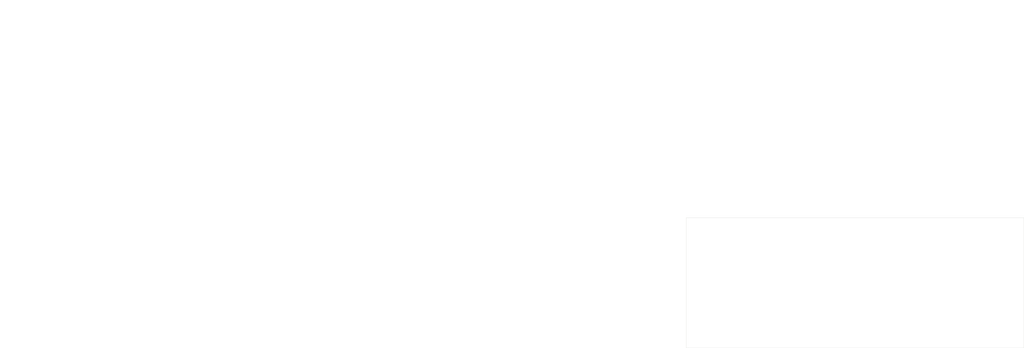
<source format=kicad_pcb>
(kicad_pcb (version 3) (host pcbnew "(2014-03-08 BZR 4739)-product")

  (general
    (links 0)
    (no_connects 0)
    (area 157.150999 88.991 265.759001 204.229)
    (thickness 1.6)
    (drawings 4)
    (tracks 0)
    (zones 0)
    (modules 2)
    (nets 1)
  )

  (page A3)
  (layers
    (15 F.Cu signal)
    (2 PWR power)
    (1 GND power)
    (0 B.Cu signal)
    (16 B.Adhes user)
    (17 F.Adhes user)
    (18 B.Paste user)
    (19 F.Paste user)
    (20 B.SilkS user)
    (21 F.SilkS user)
    (22 B.Mask user)
    (23 F.Mask user)
    (28 Edge.Cuts user)
  )

  (setup
    (last_trace_width 0.254)
    (user_trace_width 0.1524)
    (trace_clearance 0.254)
    (zone_clearance 0.508)
    (zone_45_only no)
    (trace_min 0.1524)
    (segment_width 0.2)
    (edge_width 0.1)
    (via_size 0.889)
    (via_drill 0.635)
    (via_min_size 0.508)
    (via_min_drill 0.3302)
    (user_via 0.508 0.3302)
    (uvia_size 0.508)
    (uvia_drill 0.127)
    (uvias_allowed no)
    (uvia_min_size 0.381)
    (uvia_min_drill 0.127)
    (pcb_text_width 0.3)
    (pcb_text_size 1.5 1.5)
    (mod_edge_width 0.15)
    (mod_text_size 1 1)
    (mod_text_width 0.15)
    (pad_size 1.5 1.5)
    (pad_drill 0.6)
    (pad_to_mask_clearance 0)
    (aux_axis_origin 0 0)
    (visible_elements FFFFFFBF)
    (pcbplotparams
      (layerselection 3178497)
      (usegerberextensions true)
      (excludeedgelayer true)
      (linewidth 0.150000)
      (plotframeref false)
      (viasonmask false)
      (mode 1)
      (useauxorigin false)
      (hpglpennumber 1)
      (hpglpenspeed 20)
      (hpglpendiameter 15)
      (hpglpenoverlay 2)
      (psnegative false)
      (psa4output false)
      (plotreference true)
      (plotvalue true)
      (plotothertext true)
      (plotinvisibletext false)
      (padsonsilk false)
      (subtractmaskfromsilk false)
      (outputformat 1)
      (mirror false)
      (drillshape 1)
      (scaleselection 1)
      (outputdirectory ""))
  )

  (net 0 "")

  (net_class Default "This is the default net class."
    (clearance 0.254)
    (trace_width 0.254)
    (via_dia 0.889)
    (via_drill 0.635)
    (uvia_dia 0.508)
    (uvia_drill 0.127)
    (add_net "")
  )

  (module Arduino_UNO (layer F.Cu) (tedit 52EAF158) (tstamp 52EAF502)
    (at -186.944 33.274)
    (fp_text reference "Arduino UNO" (at 0 -29.21) (layer F.SilkS) hide
      (effects (font (size 1 1) (thickness 0.15)))
    )
    (fp_text value Val** (at 0 26.67) (layer F.SilkS) hide
      (effects (font (size 1 1) (thickness 0.15)))
    )
    (fp_line (start -22.098 -6.604) (end -21.844 -6.604) (layer Eco1.User) (width 0.15))
    (fp_line (start -22.098 -18.542) (end -21.844 -18.542) (layer Eco1.User) (width 0.15))
    (fp_line (start -33.02 12.7) (end -24.13 12.7) (layer Eco1.User) (width 0.15))
    (fp_line (start -24.13 12.7) (end -18.796 12.7) (layer Eco1.User) (width 0.15))
    (fp_line (start -18.796 12.7) (end -18.796 21.59) (layer Eco1.User) (width 0.15))
    (fp_line (start -18.796 21.59) (end -33.02 21.59) (layer Eco1.User) (width 0.15))
    (fp_line (start -33.02 21.59) (end -33.02 12.7) (layer Eco1.User) (width 0.15))
    (fp_line (start -38.1 -18.542) (end -22.098 -18.542) (layer Eco1.User) (width 0.15))
    (fp_line (start -21.844 -18.542) (end -21.844 -6.604) (layer Eco1.User) (width 0.15))
    (fp_line (start -22.098 -6.604) (end -38.1 -6.604) (layer Eco1.User) (width 0.15))
    (fp_line (start -38.1 -6.604) (end -38.1 -18.542) (layer Eco1.User) (width 0.15))
    (fp_line (start 34.29 -15.24) (end 34.29 -24.13) (layer Eco1.User) (width 0.15))
    (fp_line (start 36.83 -12.7) (end 36.83 -10.16) (layer Eco1.User) (width 0.15))
    (fp_line (start 36.83 20.32) (end 36.83 21.59) (layer Eco1.User) (width 0.15))
    (fp_line (start 36.83 21.59) (end 34.29 24.13) (layer Eco1.User) (width 0.15))
    (fp_line (start 34.29 24.13) (end 34.29 25.4) (layer Eco1.User) (width 0.15))
    (fp_line (start -31.75 -25.4) (end -31.75 -27.94) (layer Eco1.User) (width 0.15))
    (fp_line (start 31.75 25.4) (end 34.29 25.4) (layer Eco1.User) (width 0.15))
    (fp_line (start 30.48 -27.94) (end 33.02 -27.94) (layer Eco1.User) (width 0.15))
    (fp_line (start 33.02 -27.94) (end 34.29 -26.67) (layer Eco1.User) (width 0.15))
    (fp_line (start 34.29 -26.67) (end 34.29 -24.13) (layer Eco1.User) (width 0.15))
    (fp_line (start 30.48 -27.94) (end -31.75 -27.94) (layer Eco1.User) (width 0.15))
    (fp_circle (center 34.036 -10.16) (end 34.036 -8.89) (layer Eco1.User) (width 0.15))
    (fp_line (start 36.83 -10.16) (end 36.83 20.32) (layer Eco1.User) (width 0.15))
    (fp_circle (center 34.29 17.78) (end 33.02 17.78) (layer Eco1.User) (width 0.15))
    (fp_circle (center -16.51 -25.273) (end -16.51 -24.003) (layer Eco1.User) (width 0.15))
    (fp_circle (center -17.78 22.86) (end -17.78 24.13) (layer Eco1.User) (width 0.15))
    (fp_line (start 34.29 -15.24) (end 36.83 -12.7) (layer Eco1.User) (width 0.15))
    (fp_line (start -31.75 25.4) (end 31.75 25.4) (layer Eco1.User) (width 0.15))
    (fp_line (start -31.75 -25.4) (end -31.75 25.4) (layer Eco1.User) (width 0.15))
  )

  (module Arduino_MEGA (layer F.Cu) (tedit 52EAF16D) (tstamp 52EAF5B6)
    (at -186.944 90.424)
    (fp_text reference "Arduino MEGA" (at 0 -29.21) (layer F.SilkS) hide
      (effects (font (size 1 1) (thickness 0.15)))
    )
    (fp_text value Val** (at 0 26.67) (layer F.SilkS) hide
      (effects (font (size 1 1) (thickness 0.15)))
    )
    (fp_line (start -38.1 -18.542) (end -38.1 -15.748) (layer Eco1.User) (width 0.15))
    (fp_line (start -21.844 -18.542) (end -21.844 -16.002) (layer Eco1.User) (width 0.15))
    (fp_line (start -38.1 -6.604) (end -21.844 -6.604) (layer Eco1.User) (width 0.15))
    (fp_line (start -21.844 -6.604) (end -21.844 -16.002) (layer Eco1.User) (width 0.15))
    (fp_line (start -21.844 -18.542) (end -38.1 -18.542) (layer Eco1.User) (width 0.15))
    (fp_line (start -38.1 -16.002) (end -38.1 -6.604) (layer Eco1.User) (width 0.15))
    (fp_line (start -33.02 12.7) (end -18.796 12.7) (layer Eco1.User) (width 0.15))
    (fp_line (start -18.796 12.7) (end -18.796 21.59) (layer Eco1.User) (width 0.15))
    (fp_line (start -18.796 21.59) (end -33.02 21.59) (layer Eco1.User) (width 0.15))
    (fp_line (start -33.02 21.59) (end -33.02 12.7) (layer Eco1.User) (width 0.15))
    (fp_circle (center 64.77 22.86) (end 66.04 22.86) (layer Eco1.User) (width 0.15))
    (fp_circle (center 58.42 -25.4) (end 59.69 -25.4) (layer Eco1.User) (width 0.15))
    (fp_line (start 34.29 25.4) (end 60.96 25.4) (layer Eco1.User) (width 0.15))
    (fp_line (start 60.96 25.4) (end 67.31 25.4) (layer Eco1.User) (width 0.15))
    (fp_line (start 33.02 -27.94) (end 66.04 -27.94) (layer Eco1.User) (width 0.15))
    (fp_line (start 67.31 -15.24) (end 67.31 -24.13) (layer Eco1.User) (width 0.15))
    (fp_line (start 69.85 -12.7) (end 69.85 -10.16) (layer Eco1.User) (width 0.15))
    (fp_line (start 69.85 20.32) (end 69.85 21.59) (layer Eco1.User) (width 0.15))
    (fp_line (start 69.85 21.59) (end 67.31 24.13) (layer Eco1.User) (width 0.15))
    (fp_line (start 67.31 24.13) (end 67.31 25.4) (layer Eco1.User) (width 0.15))
    (fp_line (start -31.75 -25.4) (end -31.75 -27.94) (layer Eco1.User) (width 0.15))
    (fp_line (start 31.75 25.4) (end 34.29 25.4) (layer Eco1.User) (width 0.15))
    (fp_line (start 30.48 -27.94) (end 33.02 -27.94) (layer Eco1.User) (width 0.15))
    (fp_line (start 66.04 -27.94) (end 67.31 -26.67) (layer Eco1.User) (width 0.15))
    (fp_line (start 67.31 -26.67) (end 67.31 -24.13) (layer Eco1.User) (width 0.15))
    (fp_line (start 30.48 -27.94) (end -31.75 -27.94) (layer Eco1.User) (width 0.15))
    (fp_circle (center 34.036 -10.16) (end 34.036 -8.89) (layer Eco1.User) (width 0.15))
    (fp_line (start 69.85 -10.16) (end 69.85 20.32) (layer Eco1.User) (width 0.15))
    (fp_circle (center 34.29 17.78) (end 33.02 17.78) (layer Eco1.User) (width 0.15))
    (fp_circle (center -16.51 -25.273) (end -16.51 -24.003) (layer Eco1.User) (width 0.15))
    (fp_circle (center -17.78 22.86) (end -17.78 24.13) (layer Eco1.User) (width 0.15))
    (fp_line (start 67.31 -15.24) (end 69.85 -12.7) (layer Eco1.User) (width 0.15))
    (fp_line (start -31.75 25.4) (end 31.75 25.4) (layer Eco1.User) (width 0.15))
    (fp_line (start -31.75 -25.4) (end -31.75 25.4) (layer Eco1.User) (width 0.15))
  )

  (gr_line (start 110.236 111.76) (end 110.236 175.26) (angle 90) (layer Edge.Cuts) (width 0.1))
  (gr_line (start 275.336 111.76) (end 110.236 111.76) (angle 90) (layer Edge.Cuts) (width 0.1))
  (gr_line (start 275.336 175.26) (end 275.336 111.76) (angle 90) (layer Edge.Cuts) (width 0.1))
  (gr_line (start 110.236 175.26) (end 275.336 175.26) (angle 90) (layer Edge.Cuts) (width 0.1))

)

</source>
